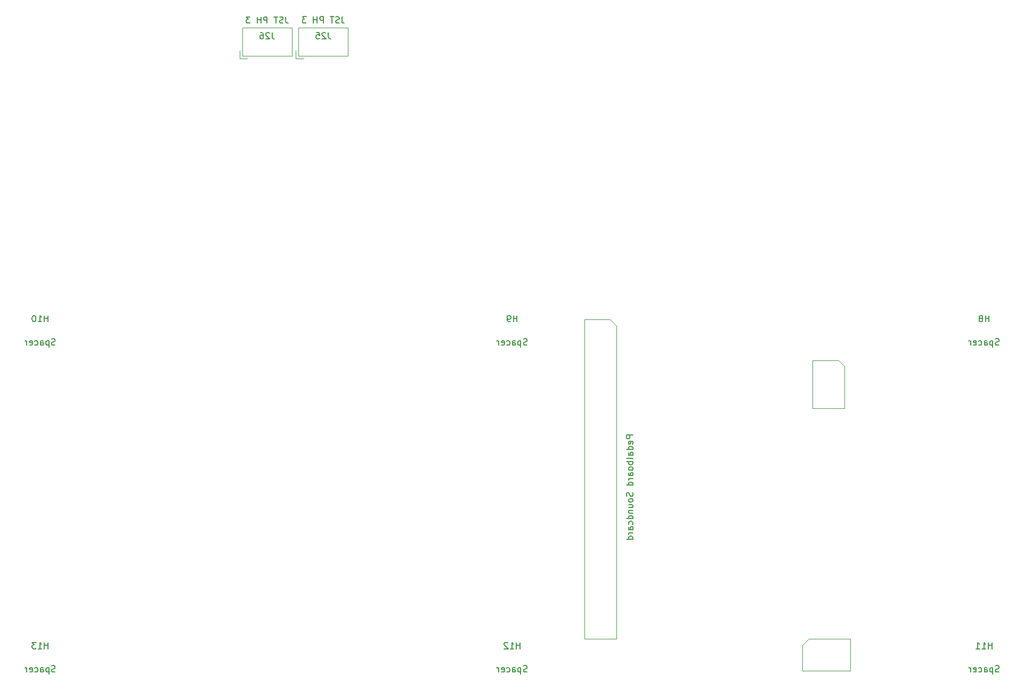
<source format=gbr>
%TF.GenerationSoftware,KiCad,Pcbnew,8.0.6+1*%
%TF.CreationDate,2024-12-16T18:12:13+00:00*%
%TF.ProjectId,pedalboard-hw,70656461-6c62-46f6-9172-642d68772e6b,4.0.1-RC*%
%TF.SameCoordinates,Original*%
%TF.FileFunction,AssemblyDrawing,Bot*%
%FSLAX46Y46*%
G04 Gerber Fmt 4.6, Leading zero omitted, Abs format (unit mm)*
G04 Created by KiCad (PCBNEW 8.0.6+1) date 2024-12-16 18:12:13*
%MOMM*%
%LPD*%
G01*
G04 APERTURE LIST*
%ADD10C,0.150000*%
%ADD11C,0.100000*%
G04 APERTURE END LIST*
D10*
X32357142Y-123107200D02*
X32214285Y-123154819D01*
X32214285Y-123154819D02*
X31976190Y-123154819D01*
X31976190Y-123154819D02*
X31880952Y-123107200D01*
X31880952Y-123107200D02*
X31833333Y-123059580D01*
X31833333Y-123059580D02*
X31785714Y-122964342D01*
X31785714Y-122964342D02*
X31785714Y-122869104D01*
X31785714Y-122869104D02*
X31833333Y-122773866D01*
X31833333Y-122773866D02*
X31880952Y-122726247D01*
X31880952Y-122726247D02*
X31976190Y-122678628D01*
X31976190Y-122678628D02*
X32166666Y-122631009D01*
X32166666Y-122631009D02*
X32261904Y-122583390D01*
X32261904Y-122583390D02*
X32309523Y-122535771D01*
X32309523Y-122535771D02*
X32357142Y-122440533D01*
X32357142Y-122440533D02*
X32357142Y-122345295D01*
X32357142Y-122345295D02*
X32309523Y-122250057D01*
X32309523Y-122250057D02*
X32261904Y-122202438D01*
X32261904Y-122202438D02*
X32166666Y-122154819D01*
X32166666Y-122154819D02*
X31928571Y-122154819D01*
X31928571Y-122154819D02*
X31785714Y-122202438D01*
X31357142Y-122488152D02*
X31357142Y-123488152D01*
X31357142Y-122535771D02*
X31261904Y-122488152D01*
X31261904Y-122488152D02*
X31071428Y-122488152D01*
X31071428Y-122488152D02*
X30976190Y-122535771D01*
X30976190Y-122535771D02*
X30928571Y-122583390D01*
X30928571Y-122583390D02*
X30880952Y-122678628D01*
X30880952Y-122678628D02*
X30880952Y-122964342D01*
X30880952Y-122964342D02*
X30928571Y-123059580D01*
X30928571Y-123059580D02*
X30976190Y-123107200D01*
X30976190Y-123107200D02*
X31071428Y-123154819D01*
X31071428Y-123154819D02*
X31261904Y-123154819D01*
X31261904Y-123154819D02*
X31357142Y-123107200D01*
X30023809Y-123154819D02*
X30023809Y-122631009D01*
X30023809Y-122631009D02*
X30071428Y-122535771D01*
X30071428Y-122535771D02*
X30166666Y-122488152D01*
X30166666Y-122488152D02*
X30357142Y-122488152D01*
X30357142Y-122488152D02*
X30452380Y-122535771D01*
X30023809Y-123107200D02*
X30119047Y-123154819D01*
X30119047Y-123154819D02*
X30357142Y-123154819D01*
X30357142Y-123154819D02*
X30452380Y-123107200D01*
X30452380Y-123107200D02*
X30499999Y-123011961D01*
X30499999Y-123011961D02*
X30499999Y-122916723D01*
X30499999Y-122916723D02*
X30452380Y-122821485D01*
X30452380Y-122821485D02*
X30357142Y-122773866D01*
X30357142Y-122773866D02*
X30119047Y-122773866D01*
X30119047Y-122773866D02*
X30023809Y-122726247D01*
X29119047Y-123107200D02*
X29214285Y-123154819D01*
X29214285Y-123154819D02*
X29404761Y-123154819D01*
X29404761Y-123154819D02*
X29499999Y-123107200D01*
X29499999Y-123107200D02*
X29547618Y-123059580D01*
X29547618Y-123059580D02*
X29595237Y-122964342D01*
X29595237Y-122964342D02*
X29595237Y-122678628D01*
X29595237Y-122678628D02*
X29547618Y-122583390D01*
X29547618Y-122583390D02*
X29499999Y-122535771D01*
X29499999Y-122535771D02*
X29404761Y-122488152D01*
X29404761Y-122488152D02*
X29214285Y-122488152D01*
X29214285Y-122488152D02*
X29119047Y-122535771D01*
X28309523Y-123107200D02*
X28404761Y-123154819D01*
X28404761Y-123154819D02*
X28595237Y-123154819D01*
X28595237Y-123154819D02*
X28690475Y-123107200D01*
X28690475Y-123107200D02*
X28738094Y-123011961D01*
X28738094Y-123011961D02*
X28738094Y-122631009D01*
X28738094Y-122631009D02*
X28690475Y-122535771D01*
X28690475Y-122535771D02*
X28595237Y-122488152D01*
X28595237Y-122488152D02*
X28404761Y-122488152D01*
X28404761Y-122488152D02*
X28309523Y-122535771D01*
X28309523Y-122535771D02*
X28261904Y-122631009D01*
X28261904Y-122631009D02*
X28261904Y-122726247D01*
X28261904Y-122726247D02*
X28738094Y-122821485D01*
X27833332Y-123154819D02*
X27833332Y-122488152D01*
X27833332Y-122678628D02*
X27785713Y-122583390D01*
X27785713Y-122583390D02*
X27738094Y-122535771D01*
X27738094Y-122535771D02*
X27642856Y-122488152D01*
X27642856Y-122488152D02*
X27547618Y-122488152D01*
X31238094Y-119454819D02*
X31238094Y-118454819D01*
X31238094Y-118931009D02*
X30666666Y-118931009D01*
X30666666Y-119454819D02*
X30666666Y-118454819D01*
X29666666Y-119454819D02*
X30238094Y-119454819D01*
X29952380Y-119454819D02*
X29952380Y-118454819D01*
X29952380Y-118454819D02*
X30047618Y-118597676D01*
X30047618Y-118597676D02*
X30142856Y-118692914D01*
X30142856Y-118692914D02*
X30238094Y-118740533D01*
X29333332Y-118454819D02*
X28714285Y-118454819D01*
X28714285Y-118454819D02*
X29047618Y-118835771D01*
X29047618Y-118835771D02*
X28904761Y-118835771D01*
X28904761Y-118835771D02*
X28809523Y-118883390D01*
X28809523Y-118883390D02*
X28761904Y-118931009D01*
X28761904Y-118931009D02*
X28714285Y-119026247D01*
X28714285Y-119026247D02*
X28714285Y-119264342D01*
X28714285Y-119264342D02*
X28761904Y-119359580D01*
X28761904Y-119359580D02*
X28809523Y-119407200D01*
X28809523Y-119407200D02*
X28904761Y-119454819D01*
X28904761Y-119454819D02*
X29190475Y-119454819D01*
X29190475Y-119454819D02*
X29285713Y-119407200D01*
X29285713Y-119407200D02*
X29333332Y-119359580D01*
X107357142Y-71107200D02*
X107214285Y-71154819D01*
X107214285Y-71154819D02*
X106976190Y-71154819D01*
X106976190Y-71154819D02*
X106880952Y-71107200D01*
X106880952Y-71107200D02*
X106833333Y-71059580D01*
X106833333Y-71059580D02*
X106785714Y-70964342D01*
X106785714Y-70964342D02*
X106785714Y-70869104D01*
X106785714Y-70869104D02*
X106833333Y-70773866D01*
X106833333Y-70773866D02*
X106880952Y-70726247D01*
X106880952Y-70726247D02*
X106976190Y-70678628D01*
X106976190Y-70678628D02*
X107166666Y-70631009D01*
X107166666Y-70631009D02*
X107261904Y-70583390D01*
X107261904Y-70583390D02*
X107309523Y-70535771D01*
X107309523Y-70535771D02*
X107357142Y-70440533D01*
X107357142Y-70440533D02*
X107357142Y-70345295D01*
X107357142Y-70345295D02*
X107309523Y-70250057D01*
X107309523Y-70250057D02*
X107261904Y-70202438D01*
X107261904Y-70202438D02*
X107166666Y-70154819D01*
X107166666Y-70154819D02*
X106928571Y-70154819D01*
X106928571Y-70154819D02*
X106785714Y-70202438D01*
X106357142Y-70488152D02*
X106357142Y-71488152D01*
X106357142Y-70535771D02*
X106261904Y-70488152D01*
X106261904Y-70488152D02*
X106071428Y-70488152D01*
X106071428Y-70488152D02*
X105976190Y-70535771D01*
X105976190Y-70535771D02*
X105928571Y-70583390D01*
X105928571Y-70583390D02*
X105880952Y-70678628D01*
X105880952Y-70678628D02*
X105880952Y-70964342D01*
X105880952Y-70964342D02*
X105928571Y-71059580D01*
X105928571Y-71059580D02*
X105976190Y-71107200D01*
X105976190Y-71107200D02*
X106071428Y-71154819D01*
X106071428Y-71154819D02*
X106261904Y-71154819D01*
X106261904Y-71154819D02*
X106357142Y-71107200D01*
X105023809Y-71154819D02*
X105023809Y-70631009D01*
X105023809Y-70631009D02*
X105071428Y-70535771D01*
X105071428Y-70535771D02*
X105166666Y-70488152D01*
X105166666Y-70488152D02*
X105357142Y-70488152D01*
X105357142Y-70488152D02*
X105452380Y-70535771D01*
X105023809Y-71107200D02*
X105119047Y-71154819D01*
X105119047Y-71154819D02*
X105357142Y-71154819D01*
X105357142Y-71154819D02*
X105452380Y-71107200D01*
X105452380Y-71107200D02*
X105499999Y-71011961D01*
X105499999Y-71011961D02*
X105499999Y-70916723D01*
X105499999Y-70916723D02*
X105452380Y-70821485D01*
X105452380Y-70821485D02*
X105357142Y-70773866D01*
X105357142Y-70773866D02*
X105119047Y-70773866D01*
X105119047Y-70773866D02*
X105023809Y-70726247D01*
X104119047Y-71107200D02*
X104214285Y-71154819D01*
X104214285Y-71154819D02*
X104404761Y-71154819D01*
X104404761Y-71154819D02*
X104499999Y-71107200D01*
X104499999Y-71107200D02*
X104547618Y-71059580D01*
X104547618Y-71059580D02*
X104595237Y-70964342D01*
X104595237Y-70964342D02*
X104595237Y-70678628D01*
X104595237Y-70678628D02*
X104547618Y-70583390D01*
X104547618Y-70583390D02*
X104499999Y-70535771D01*
X104499999Y-70535771D02*
X104404761Y-70488152D01*
X104404761Y-70488152D02*
X104214285Y-70488152D01*
X104214285Y-70488152D02*
X104119047Y-70535771D01*
X103309523Y-71107200D02*
X103404761Y-71154819D01*
X103404761Y-71154819D02*
X103595237Y-71154819D01*
X103595237Y-71154819D02*
X103690475Y-71107200D01*
X103690475Y-71107200D02*
X103738094Y-71011961D01*
X103738094Y-71011961D02*
X103738094Y-70631009D01*
X103738094Y-70631009D02*
X103690475Y-70535771D01*
X103690475Y-70535771D02*
X103595237Y-70488152D01*
X103595237Y-70488152D02*
X103404761Y-70488152D01*
X103404761Y-70488152D02*
X103309523Y-70535771D01*
X103309523Y-70535771D02*
X103261904Y-70631009D01*
X103261904Y-70631009D02*
X103261904Y-70726247D01*
X103261904Y-70726247D02*
X103738094Y-70821485D01*
X102833332Y-71154819D02*
X102833332Y-70488152D01*
X102833332Y-70678628D02*
X102785713Y-70583390D01*
X102785713Y-70583390D02*
X102738094Y-70535771D01*
X102738094Y-70535771D02*
X102642856Y-70488152D01*
X102642856Y-70488152D02*
X102547618Y-70488152D01*
X105761904Y-67454819D02*
X105761904Y-66454819D01*
X105761904Y-66931009D02*
X105190476Y-66931009D01*
X105190476Y-67454819D02*
X105190476Y-66454819D01*
X104666666Y-67454819D02*
X104476190Y-67454819D01*
X104476190Y-67454819D02*
X104380952Y-67407200D01*
X104380952Y-67407200D02*
X104333333Y-67359580D01*
X104333333Y-67359580D02*
X104238095Y-67216723D01*
X104238095Y-67216723D02*
X104190476Y-67026247D01*
X104190476Y-67026247D02*
X104190476Y-66645295D01*
X104190476Y-66645295D02*
X104238095Y-66550057D01*
X104238095Y-66550057D02*
X104285714Y-66502438D01*
X104285714Y-66502438D02*
X104380952Y-66454819D01*
X104380952Y-66454819D02*
X104571428Y-66454819D01*
X104571428Y-66454819D02*
X104666666Y-66502438D01*
X104666666Y-66502438D02*
X104714285Y-66550057D01*
X104714285Y-66550057D02*
X104761904Y-66645295D01*
X104761904Y-66645295D02*
X104761904Y-66883390D01*
X104761904Y-66883390D02*
X104714285Y-66978628D01*
X104714285Y-66978628D02*
X104666666Y-67026247D01*
X104666666Y-67026247D02*
X104571428Y-67073866D01*
X104571428Y-67073866D02*
X104380952Y-67073866D01*
X104380952Y-67073866D02*
X104285714Y-67026247D01*
X104285714Y-67026247D02*
X104238095Y-66978628D01*
X104238095Y-66978628D02*
X104190476Y-66883390D01*
X32357142Y-71107200D02*
X32214285Y-71154819D01*
X32214285Y-71154819D02*
X31976190Y-71154819D01*
X31976190Y-71154819D02*
X31880952Y-71107200D01*
X31880952Y-71107200D02*
X31833333Y-71059580D01*
X31833333Y-71059580D02*
X31785714Y-70964342D01*
X31785714Y-70964342D02*
X31785714Y-70869104D01*
X31785714Y-70869104D02*
X31833333Y-70773866D01*
X31833333Y-70773866D02*
X31880952Y-70726247D01*
X31880952Y-70726247D02*
X31976190Y-70678628D01*
X31976190Y-70678628D02*
X32166666Y-70631009D01*
X32166666Y-70631009D02*
X32261904Y-70583390D01*
X32261904Y-70583390D02*
X32309523Y-70535771D01*
X32309523Y-70535771D02*
X32357142Y-70440533D01*
X32357142Y-70440533D02*
X32357142Y-70345295D01*
X32357142Y-70345295D02*
X32309523Y-70250057D01*
X32309523Y-70250057D02*
X32261904Y-70202438D01*
X32261904Y-70202438D02*
X32166666Y-70154819D01*
X32166666Y-70154819D02*
X31928571Y-70154819D01*
X31928571Y-70154819D02*
X31785714Y-70202438D01*
X31357142Y-70488152D02*
X31357142Y-71488152D01*
X31357142Y-70535771D02*
X31261904Y-70488152D01*
X31261904Y-70488152D02*
X31071428Y-70488152D01*
X31071428Y-70488152D02*
X30976190Y-70535771D01*
X30976190Y-70535771D02*
X30928571Y-70583390D01*
X30928571Y-70583390D02*
X30880952Y-70678628D01*
X30880952Y-70678628D02*
X30880952Y-70964342D01*
X30880952Y-70964342D02*
X30928571Y-71059580D01*
X30928571Y-71059580D02*
X30976190Y-71107200D01*
X30976190Y-71107200D02*
X31071428Y-71154819D01*
X31071428Y-71154819D02*
X31261904Y-71154819D01*
X31261904Y-71154819D02*
X31357142Y-71107200D01*
X30023809Y-71154819D02*
X30023809Y-70631009D01*
X30023809Y-70631009D02*
X30071428Y-70535771D01*
X30071428Y-70535771D02*
X30166666Y-70488152D01*
X30166666Y-70488152D02*
X30357142Y-70488152D01*
X30357142Y-70488152D02*
X30452380Y-70535771D01*
X30023809Y-71107200D02*
X30119047Y-71154819D01*
X30119047Y-71154819D02*
X30357142Y-71154819D01*
X30357142Y-71154819D02*
X30452380Y-71107200D01*
X30452380Y-71107200D02*
X30499999Y-71011961D01*
X30499999Y-71011961D02*
X30499999Y-70916723D01*
X30499999Y-70916723D02*
X30452380Y-70821485D01*
X30452380Y-70821485D02*
X30357142Y-70773866D01*
X30357142Y-70773866D02*
X30119047Y-70773866D01*
X30119047Y-70773866D02*
X30023809Y-70726247D01*
X29119047Y-71107200D02*
X29214285Y-71154819D01*
X29214285Y-71154819D02*
X29404761Y-71154819D01*
X29404761Y-71154819D02*
X29499999Y-71107200D01*
X29499999Y-71107200D02*
X29547618Y-71059580D01*
X29547618Y-71059580D02*
X29595237Y-70964342D01*
X29595237Y-70964342D02*
X29595237Y-70678628D01*
X29595237Y-70678628D02*
X29547618Y-70583390D01*
X29547618Y-70583390D02*
X29499999Y-70535771D01*
X29499999Y-70535771D02*
X29404761Y-70488152D01*
X29404761Y-70488152D02*
X29214285Y-70488152D01*
X29214285Y-70488152D02*
X29119047Y-70535771D01*
X28309523Y-71107200D02*
X28404761Y-71154819D01*
X28404761Y-71154819D02*
X28595237Y-71154819D01*
X28595237Y-71154819D02*
X28690475Y-71107200D01*
X28690475Y-71107200D02*
X28738094Y-71011961D01*
X28738094Y-71011961D02*
X28738094Y-70631009D01*
X28738094Y-70631009D02*
X28690475Y-70535771D01*
X28690475Y-70535771D02*
X28595237Y-70488152D01*
X28595237Y-70488152D02*
X28404761Y-70488152D01*
X28404761Y-70488152D02*
X28309523Y-70535771D01*
X28309523Y-70535771D02*
X28261904Y-70631009D01*
X28261904Y-70631009D02*
X28261904Y-70726247D01*
X28261904Y-70726247D02*
X28738094Y-70821485D01*
X27833332Y-71154819D02*
X27833332Y-70488152D01*
X27833332Y-70678628D02*
X27785713Y-70583390D01*
X27785713Y-70583390D02*
X27738094Y-70535771D01*
X27738094Y-70535771D02*
X27642856Y-70488152D01*
X27642856Y-70488152D02*
X27547618Y-70488152D01*
X31238094Y-67454819D02*
X31238094Y-66454819D01*
X31238094Y-66931009D02*
X30666666Y-66931009D01*
X30666666Y-67454819D02*
X30666666Y-66454819D01*
X29666666Y-67454819D02*
X30238094Y-67454819D01*
X29952380Y-67454819D02*
X29952380Y-66454819D01*
X29952380Y-66454819D02*
X30047618Y-66597676D01*
X30047618Y-66597676D02*
X30142856Y-66692914D01*
X30142856Y-66692914D02*
X30238094Y-66740533D01*
X29047618Y-66454819D02*
X28952380Y-66454819D01*
X28952380Y-66454819D02*
X28857142Y-66502438D01*
X28857142Y-66502438D02*
X28809523Y-66550057D01*
X28809523Y-66550057D02*
X28761904Y-66645295D01*
X28761904Y-66645295D02*
X28714285Y-66835771D01*
X28714285Y-66835771D02*
X28714285Y-67073866D01*
X28714285Y-67073866D02*
X28761904Y-67264342D01*
X28761904Y-67264342D02*
X28809523Y-67359580D01*
X28809523Y-67359580D02*
X28857142Y-67407200D01*
X28857142Y-67407200D02*
X28952380Y-67454819D01*
X28952380Y-67454819D02*
X29047618Y-67454819D01*
X29047618Y-67454819D02*
X29142856Y-67407200D01*
X29142856Y-67407200D02*
X29190475Y-67359580D01*
X29190475Y-67359580D02*
X29238094Y-67264342D01*
X29238094Y-67264342D02*
X29285713Y-67073866D01*
X29285713Y-67073866D02*
X29285713Y-66835771D01*
X29285713Y-66835771D02*
X29238094Y-66645295D01*
X29238094Y-66645295D02*
X29190475Y-66550057D01*
X29190475Y-66550057D02*
X29142856Y-66502438D01*
X29142856Y-66502438D02*
X29047618Y-66454819D01*
X182357142Y-71107200D02*
X182214285Y-71154819D01*
X182214285Y-71154819D02*
X181976190Y-71154819D01*
X181976190Y-71154819D02*
X181880952Y-71107200D01*
X181880952Y-71107200D02*
X181833333Y-71059580D01*
X181833333Y-71059580D02*
X181785714Y-70964342D01*
X181785714Y-70964342D02*
X181785714Y-70869104D01*
X181785714Y-70869104D02*
X181833333Y-70773866D01*
X181833333Y-70773866D02*
X181880952Y-70726247D01*
X181880952Y-70726247D02*
X181976190Y-70678628D01*
X181976190Y-70678628D02*
X182166666Y-70631009D01*
X182166666Y-70631009D02*
X182261904Y-70583390D01*
X182261904Y-70583390D02*
X182309523Y-70535771D01*
X182309523Y-70535771D02*
X182357142Y-70440533D01*
X182357142Y-70440533D02*
X182357142Y-70345295D01*
X182357142Y-70345295D02*
X182309523Y-70250057D01*
X182309523Y-70250057D02*
X182261904Y-70202438D01*
X182261904Y-70202438D02*
X182166666Y-70154819D01*
X182166666Y-70154819D02*
X181928571Y-70154819D01*
X181928571Y-70154819D02*
X181785714Y-70202438D01*
X181357142Y-70488152D02*
X181357142Y-71488152D01*
X181357142Y-70535771D02*
X181261904Y-70488152D01*
X181261904Y-70488152D02*
X181071428Y-70488152D01*
X181071428Y-70488152D02*
X180976190Y-70535771D01*
X180976190Y-70535771D02*
X180928571Y-70583390D01*
X180928571Y-70583390D02*
X180880952Y-70678628D01*
X180880952Y-70678628D02*
X180880952Y-70964342D01*
X180880952Y-70964342D02*
X180928571Y-71059580D01*
X180928571Y-71059580D02*
X180976190Y-71107200D01*
X180976190Y-71107200D02*
X181071428Y-71154819D01*
X181071428Y-71154819D02*
X181261904Y-71154819D01*
X181261904Y-71154819D02*
X181357142Y-71107200D01*
X180023809Y-71154819D02*
X180023809Y-70631009D01*
X180023809Y-70631009D02*
X180071428Y-70535771D01*
X180071428Y-70535771D02*
X180166666Y-70488152D01*
X180166666Y-70488152D02*
X180357142Y-70488152D01*
X180357142Y-70488152D02*
X180452380Y-70535771D01*
X180023809Y-71107200D02*
X180119047Y-71154819D01*
X180119047Y-71154819D02*
X180357142Y-71154819D01*
X180357142Y-71154819D02*
X180452380Y-71107200D01*
X180452380Y-71107200D02*
X180499999Y-71011961D01*
X180499999Y-71011961D02*
X180499999Y-70916723D01*
X180499999Y-70916723D02*
X180452380Y-70821485D01*
X180452380Y-70821485D02*
X180357142Y-70773866D01*
X180357142Y-70773866D02*
X180119047Y-70773866D01*
X180119047Y-70773866D02*
X180023809Y-70726247D01*
X179119047Y-71107200D02*
X179214285Y-71154819D01*
X179214285Y-71154819D02*
X179404761Y-71154819D01*
X179404761Y-71154819D02*
X179499999Y-71107200D01*
X179499999Y-71107200D02*
X179547618Y-71059580D01*
X179547618Y-71059580D02*
X179595237Y-70964342D01*
X179595237Y-70964342D02*
X179595237Y-70678628D01*
X179595237Y-70678628D02*
X179547618Y-70583390D01*
X179547618Y-70583390D02*
X179499999Y-70535771D01*
X179499999Y-70535771D02*
X179404761Y-70488152D01*
X179404761Y-70488152D02*
X179214285Y-70488152D01*
X179214285Y-70488152D02*
X179119047Y-70535771D01*
X178309523Y-71107200D02*
X178404761Y-71154819D01*
X178404761Y-71154819D02*
X178595237Y-71154819D01*
X178595237Y-71154819D02*
X178690475Y-71107200D01*
X178690475Y-71107200D02*
X178738094Y-71011961D01*
X178738094Y-71011961D02*
X178738094Y-70631009D01*
X178738094Y-70631009D02*
X178690475Y-70535771D01*
X178690475Y-70535771D02*
X178595237Y-70488152D01*
X178595237Y-70488152D02*
X178404761Y-70488152D01*
X178404761Y-70488152D02*
X178309523Y-70535771D01*
X178309523Y-70535771D02*
X178261904Y-70631009D01*
X178261904Y-70631009D02*
X178261904Y-70726247D01*
X178261904Y-70726247D02*
X178738094Y-70821485D01*
X177833332Y-71154819D02*
X177833332Y-70488152D01*
X177833332Y-70678628D02*
X177785713Y-70583390D01*
X177785713Y-70583390D02*
X177738094Y-70535771D01*
X177738094Y-70535771D02*
X177642856Y-70488152D01*
X177642856Y-70488152D02*
X177547618Y-70488152D01*
X180761904Y-67454819D02*
X180761904Y-66454819D01*
X180761904Y-66931009D02*
X180190476Y-66931009D01*
X180190476Y-67454819D02*
X180190476Y-66454819D01*
X179571428Y-66883390D02*
X179666666Y-66835771D01*
X179666666Y-66835771D02*
X179714285Y-66788152D01*
X179714285Y-66788152D02*
X179761904Y-66692914D01*
X179761904Y-66692914D02*
X179761904Y-66645295D01*
X179761904Y-66645295D02*
X179714285Y-66550057D01*
X179714285Y-66550057D02*
X179666666Y-66502438D01*
X179666666Y-66502438D02*
X179571428Y-66454819D01*
X179571428Y-66454819D02*
X179380952Y-66454819D01*
X179380952Y-66454819D02*
X179285714Y-66502438D01*
X179285714Y-66502438D02*
X179238095Y-66550057D01*
X179238095Y-66550057D02*
X179190476Y-66645295D01*
X179190476Y-66645295D02*
X179190476Y-66692914D01*
X179190476Y-66692914D02*
X179238095Y-66788152D01*
X179238095Y-66788152D02*
X179285714Y-66835771D01*
X179285714Y-66835771D02*
X179380952Y-66883390D01*
X179380952Y-66883390D02*
X179571428Y-66883390D01*
X179571428Y-66883390D02*
X179666666Y-66931009D01*
X179666666Y-66931009D02*
X179714285Y-66978628D01*
X179714285Y-66978628D02*
X179761904Y-67073866D01*
X179761904Y-67073866D02*
X179761904Y-67264342D01*
X179761904Y-67264342D02*
X179714285Y-67359580D01*
X179714285Y-67359580D02*
X179666666Y-67407200D01*
X179666666Y-67407200D02*
X179571428Y-67454819D01*
X179571428Y-67454819D02*
X179380952Y-67454819D01*
X179380952Y-67454819D02*
X179285714Y-67407200D01*
X179285714Y-67407200D02*
X179238095Y-67359580D01*
X179238095Y-67359580D02*
X179190476Y-67264342D01*
X179190476Y-67264342D02*
X179190476Y-67073866D01*
X179190476Y-67073866D02*
X179238095Y-66978628D01*
X179238095Y-66978628D02*
X179285714Y-66931009D01*
X179285714Y-66931009D02*
X179380952Y-66883390D01*
X107357142Y-123107200D02*
X107214285Y-123154819D01*
X107214285Y-123154819D02*
X106976190Y-123154819D01*
X106976190Y-123154819D02*
X106880952Y-123107200D01*
X106880952Y-123107200D02*
X106833333Y-123059580D01*
X106833333Y-123059580D02*
X106785714Y-122964342D01*
X106785714Y-122964342D02*
X106785714Y-122869104D01*
X106785714Y-122869104D02*
X106833333Y-122773866D01*
X106833333Y-122773866D02*
X106880952Y-122726247D01*
X106880952Y-122726247D02*
X106976190Y-122678628D01*
X106976190Y-122678628D02*
X107166666Y-122631009D01*
X107166666Y-122631009D02*
X107261904Y-122583390D01*
X107261904Y-122583390D02*
X107309523Y-122535771D01*
X107309523Y-122535771D02*
X107357142Y-122440533D01*
X107357142Y-122440533D02*
X107357142Y-122345295D01*
X107357142Y-122345295D02*
X107309523Y-122250057D01*
X107309523Y-122250057D02*
X107261904Y-122202438D01*
X107261904Y-122202438D02*
X107166666Y-122154819D01*
X107166666Y-122154819D02*
X106928571Y-122154819D01*
X106928571Y-122154819D02*
X106785714Y-122202438D01*
X106357142Y-122488152D02*
X106357142Y-123488152D01*
X106357142Y-122535771D02*
X106261904Y-122488152D01*
X106261904Y-122488152D02*
X106071428Y-122488152D01*
X106071428Y-122488152D02*
X105976190Y-122535771D01*
X105976190Y-122535771D02*
X105928571Y-122583390D01*
X105928571Y-122583390D02*
X105880952Y-122678628D01*
X105880952Y-122678628D02*
X105880952Y-122964342D01*
X105880952Y-122964342D02*
X105928571Y-123059580D01*
X105928571Y-123059580D02*
X105976190Y-123107200D01*
X105976190Y-123107200D02*
X106071428Y-123154819D01*
X106071428Y-123154819D02*
X106261904Y-123154819D01*
X106261904Y-123154819D02*
X106357142Y-123107200D01*
X105023809Y-123154819D02*
X105023809Y-122631009D01*
X105023809Y-122631009D02*
X105071428Y-122535771D01*
X105071428Y-122535771D02*
X105166666Y-122488152D01*
X105166666Y-122488152D02*
X105357142Y-122488152D01*
X105357142Y-122488152D02*
X105452380Y-122535771D01*
X105023809Y-123107200D02*
X105119047Y-123154819D01*
X105119047Y-123154819D02*
X105357142Y-123154819D01*
X105357142Y-123154819D02*
X105452380Y-123107200D01*
X105452380Y-123107200D02*
X105499999Y-123011961D01*
X105499999Y-123011961D02*
X105499999Y-122916723D01*
X105499999Y-122916723D02*
X105452380Y-122821485D01*
X105452380Y-122821485D02*
X105357142Y-122773866D01*
X105357142Y-122773866D02*
X105119047Y-122773866D01*
X105119047Y-122773866D02*
X105023809Y-122726247D01*
X104119047Y-123107200D02*
X104214285Y-123154819D01*
X104214285Y-123154819D02*
X104404761Y-123154819D01*
X104404761Y-123154819D02*
X104499999Y-123107200D01*
X104499999Y-123107200D02*
X104547618Y-123059580D01*
X104547618Y-123059580D02*
X104595237Y-122964342D01*
X104595237Y-122964342D02*
X104595237Y-122678628D01*
X104595237Y-122678628D02*
X104547618Y-122583390D01*
X104547618Y-122583390D02*
X104499999Y-122535771D01*
X104499999Y-122535771D02*
X104404761Y-122488152D01*
X104404761Y-122488152D02*
X104214285Y-122488152D01*
X104214285Y-122488152D02*
X104119047Y-122535771D01*
X103309523Y-123107200D02*
X103404761Y-123154819D01*
X103404761Y-123154819D02*
X103595237Y-123154819D01*
X103595237Y-123154819D02*
X103690475Y-123107200D01*
X103690475Y-123107200D02*
X103738094Y-123011961D01*
X103738094Y-123011961D02*
X103738094Y-122631009D01*
X103738094Y-122631009D02*
X103690475Y-122535771D01*
X103690475Y-122535771D02*
X103595237Y-122488152D01*
X103595237Y-122488152D02*
X103404761Y-122488152D01*
X103404761Y-122488152D02*
X103309523Y-122535771D01*
X103309523Y-122535771D02*
X103261904Y-122631009D01*
X103261904Y-122631009D02*
X103261904Y-122726247D01*
X103261904Y-122726247D02*
X103738094Y-122821485D01*
X102833332Y-123154819D02*
X102833332Y-122488152D01*
X102833332Y-122678628D02*
X102785713Y-122583390D01*
X102785713Y-122583390D02*
X102738094Y-122535771D01*
X102738094Y-122535771D02*
X102642856Y-122488152D01*
X102642856Y-122488152D02*
X102547618Y-122488152D01*
X106238094Y-119454819D02*
X106238094Y-118454819D01*
X106238094Y-118931009D02*
X105666666Y-118931009D01*
X105666666Y-119454819D02*
X105666666Y-118454819D01*
X104666666Y-119454819D02*
X105238094Y-119454819D01*
X104952380Y-119454819D02*
X104952380Y-118454819D01*
X104952380Y-118454819D02*
X105047618Y-118597676D01*
X105047618Y-118597676D02*
X105142856Y-118692914D01*
X105142856Y-118692914D02*
X105238094Y-118740533D01*
X104285713Y-118550057D02*
X104238094Y-118502438D01*
X104238094Y-118502438D02*
X104142856Y-118454819D01*
X104142856Y-118454819D02*
X103904761Y-118454819D01*
X103904761Y-118454819D02*
X103809523Y-118502438D01*
X103809523Y-118502438D02*
X103761904Y-118550057D01*
X103761904Y-118550057D02*
X103714285Y-118645295D01*
X103714285Y-118645295D02*
X103714285Y-118740533D01*
X103714285Y-118740533D02*
X103761904Y-118883390D01*
X103761904Y-118883390D02*
X104333332Y-119454819D01*
X104333332Y-119454819D02*
X103714285Y-119454819D01*
X77936190Y-18944819D02*
X77936190Y-19659104D01*
X77936190Y-19659104D02*
X77983809Y-19801961D01*
X77983809Y-19801961D02*
X78079047Y-19897200D01*
X78079047Y-19897200D02*
X78221904Y-19944819D01*
X78221904Y-19944819D02*
X78317142Y-19944819D01*
X77507618Y-19897200D02*
X77364761Y-19944819D01*
X77364761Y-19944819D02*
X77126666Y-19944819D01*
X77126666Y-19944819D02*
X77031428Y-19897200D01*
X77031428Y-19897200D02*
X76983809Y-19849580D01*
X76983809Y-19849580D02*
X76936190Y-19754342D01*
X76936190Y-19754342D02*
X76936190Y-19659104D01*
X76936190Y-19659104D02*
X76983809Y-19563866D01*
X76983809Y-19563866D02*
X77031428Y-19516247D01*
X77031428Y-19516247D02*
X77126666Y-19468628D01*
X77126666Y-19468628D02*
X77317142Y-19421009D01*
X77317142Y-19421009D02*
X77412380Y-19373390D01*
X77412380Y-19373390D02*
X77459999Y-19325771D01*
X77459999Y-19325771D02*
X77507618Y-19230533D01*
X77507618Y-19230533D02*
X77507618Y-19135295D01*
X77507618Y-19135295D02*
X77459999Y-19040057D01*
X77459999Y-19040057D02*
X77412380Y-18992438D01*
X77412380Y-18992438D02*
X77317142Y-18944819D01*
X77317142Y-18944819D02*
X77079047Y-18944819D01*
X77079047Y-18944819D02*
X76936190Y-18992438D01*
X76650475Y-18944819D02*
X76079047Y-18944819D01*
X76364761Y-19944819D02*
X76364761Y-18944819D01*
X74983808Y-19944819D02*
X74983808Y-18944819D01*
X74983808Y-18944819D02*
X74602856Y-18944819D01*
X74602856Y-18944819D02*
X74507618Y-18992438D01*
X74507618Y-18992438D02*
X74459999Y-19040057D01*
X74459999Y-19040057D02*
X74412380Y-19135295D01*
X74412380Y-19135295D02*
X74412380Y-19278152D01*
X74412380Y-19278152D02*
X74459999Y-19373390D01*
X74459999Y-19373390D02*
X74507618Y-19421009D01*
X74507618Y-19421009D02*
X74602856Y-19468628D01*
X74602856Y-19468628D02*
X74983808Y-19468628D01*
X73983808Y-19944819D02*
X73983808Y-18944819D01*
X73983808Y-19421009D02*
X73412380Y-19421009D01*
X73412380Y-19944819D02*
X73412380Y-18944819D01*
X72269522Y-18944819D02*
X71650475Y-18944819D01*
X71650475Y-18944819D02*
X71983808Y-19325771D01*
X71983808Y-19325771D02*
X71840951Y-19325771D01*
X71840951Y-19325771D02*
X71745713Y-19373390D01*
X71745713Y-19373390D02*
X71698094Y-19421009D01*
X71698094Y-19421009D02*
X71650475Y-19516247D01*
X71650475Y-19516247D02*
X71650475Y-19754342D01*
X71650475Y-19754342D02*
X71698094Y-19849580D01*
X71698094Y-19849580D02*
X71745713Y-19897200D01*
X71745713Y-19897200D02*
X71840951Y-19944819D01*
X71840951Y-19944819D02*
X72126665Y-19944819D01*
X72126665Y-19944819D02*
X72221903Y-19897200D01*
X72221903Y-19897200D02*
X72269522Y-19849580D01*
X75769523Y-21444819D02*
X75769523Y-22159104D01*
X75769523Y-22159104D02*
X75817142Y-22301961D01*
X75817142Y-22301961D02*
X75912380Y-22397200D01*
X75912380Y-22397200D02*
X76055237Y-22444819D01*
X76055237Y-22444819D02*
X76150475Y-22444819D01*
X75340951Y-21540057D02*
X75293332Y-21492438D01*
X75293332Y-21492438D02*
X75198094Y-21444819D01*
X75198094Y-21444819D02*
X74959999Y-21444819D01*
X74959999Y-21444819D02*
X74864761Y-21492438D01*
X74864761Y-21492438D02*
X74817142Y-21540057D01*
X74817142Y-21540057D02*
X74769523Y-21635295D01*
X74769523Y-21635295D02*
X74769523Y-21730533D01*
X74769523Y-21730533D02*
X74817142Y-21873390D01*
X74817142Y-21873390D02*
X75388570Y-22444819D01*
X75388570Y-22444819D02*
X74769523Y-22444819D01*
X73864761Y-21444819D02*
X74340951Y-21444819D01*
X74340951Y-21444819D02*
X74388570Y-21921009D01*
X74388570Y-21921009D02*
X74340951Y-21873390D01*
X74340951Y-21873390D02*
X74245713Y-21825771D01*
X74245713Y-21825771D02*
X74007618Y-21825771D01*
X74007618Y-21825771D02*
X73912380Y-21873390D01*
X73912380Y-21873390D02*
X73864761Y-21921009D01*
X73864761Y-21921009D02*
X73817142Y-22016247D01*
X73817142Y-22016247D02*
X73817142Y-22254342D01*
X73817142Y-22254342D02*
X73864761Y-22349580D01*
X73864761Y-22349580D02*
X73912380Y-22397200D01*
X73912380Y-22397200D02*
X74007618Y-22444819D01*
X74007618Y-22444819D02*
X74245713Y-22444819D01*
X74245713Y-22444819D02*
X74340951Y-22397200D01*
X74340951Y-22397200D02*
X74388570Y-22349580D01*
X182357142Y-123107200D02*
X182214285Y-123154819D01*
X182214285Y-123154819D02*
X181976190Y-123154819D01*
X181976190Y-123154819D02*
X181880952Y-123107200D01*
X181880952Y-123107200D02*
X181833333Y-123059580D01*
X181833333Y-123059580D02*
X181785714Y-122964342D01*
X181785714Y-122964342D02*
X181785714Y-122869104D01*
X181785714Y-122869104D02*
X181833333Y-122773866D01*
X181833333Y-122773866D02*
X181880952Y-122726247D01*
X181880952Y-122726247D02*
X181976190Y-122678628D01*
X181976190Y-122678628D02*
X182166666Y-122631009D01*
X182166666Y-122631009D02*
X182261904Y-122583390D01*
X182261904Y-122583390D02*
X182309523Y-122535771D01*
X182309523Y-122535771D02*
X182357142Y-122440533D01*
X182357142Y-122440533D02*
X182357142Y-122345295D01*
X182357142Y-122345295D02*
X182309523Y-122250057D01*
X182309523Y-122250057D02*
X182261904Y-122202438D01*
X182261904Y-122202438D02*
X182166666Y-122154819D01*
X182166666Y-122154819D02*
X181928571Y-122154819D01*
X181928571Y-122154819D02*
X181785714Y-122202438D01*
X181357142Y-122488152D02*
X181357142Y-123488152D01*
X181357142Y-122535771D02*
X181261904Y-122488152D01*
X181261904Y-122488152D02*
X181071428Y-122488152D01*
X181071428Y-122488152D02*
X180976190Y-122535771D01*
X180976190Y-122535771D02*
X180928571Y-122583390D01*
X180928571Y-122583390D02*
X180880952Y-122678628D01*
X180880952Y-122678628D02*
X180880952Y-122964342D01*
X180880952Y-122964342D02*
X180928571Y-123059580D01*
X180928571Y-123059580D02*
X180976190Y-123107200D01*
X180976190Y-123107200D02*
X181071428Y-123154819D01*
X181071428Y-123154819D02*
X181261904Y-123154819D01*
X181261904Y-123154819D02*
X181357142Y-123107200D01*
X180023809Y-123154819D02*
X180023809Y-122631009D01*
X180023809Y-122631009D02*
X180071428Y-122535771D01*
X180071428Y-122535771D02*
X180166666Y-122488152D01*
X180166666Y-122488152D02*
X180357142Y-122488152D01*
X180357142Y-122488152D02*
X180452380Y-122535771D01*
X180023809Y-123107200D02*
X180119047Y-123154819D01*
X180119047Y-123154819D02*
X180357142Y-123154819D01*
X180357142Y-123154819D02*
X180452380Y-123107200D01*
X180452380Y-123107200D02*
X180499999Y-123011961D01*
X180499999Y-123011961D02*
X180499999Y-122916723D01*
X180499999Y-122916723D02*
X180452380Y-122821485D01*
X180452380Y-122821485D02*
X180357142Y-122773866D01*
X180357142Y-122773866D02*
X180119047Y-122773866D01*
X180119047Y-122773866D02*
X180023809Y-122726247D01*
X179119047Y-123107200D02*
X179214285Y-123154819D01*
X179214285Y-123154819D02*
X179404761Y-123154819D01*
X179404761Y-123154819D02*
X179499999Y-123107200D01*
X179499999Y-123107200D02*
X179547618Y-123059580D01*
X179547618Y-123059580D02*
X179595237Y-122964342D01*
X179595237Y-122964342D02*
X179595237Y-122678628D01*
X179595237Y-122678628D02*
X179547618Y-122583390D01*
X179547618Y-122583390D02*
X179499999Y-122535771D01*
X179499999Y-122535771D02*
X179404761Y-122488152D01*
X179404761Y-122488152D02*
X179214285Y-122488152D01*
X179214285Y-122488152D02*
X179119047Y-122535771D01*
X178309523Y-123107200D02*
X178404761Y-123154819D01*
X178404761Y-123154819D02*
X178595237Y-123154819D01*
X178595237Y-123154819D02*
X178690475Y-123107200D01*
X178690475Y-123107200D02*
X178738094Y-123011961D01*
X178738094Y-123011961D02*
X178738094Y-122631009D01*
X178738094Y-122631009D02*
X178690475Y-122535771D01*
X178690475Y-122535771D02*
X178595237Y-122488152D01*
X178595237Y-122488152D02*
X178404761Y-122488152D01*
X178404761Y-122488152D02*
X178309523Y-122535771D01*
X178309523Y-122535771D02*
X178261904Y-122631009D01*
X178261904Y-122631009D02*
X178261904Y-122726247D01*
X178261904Y-122726247D02*
X178738094Y-122821485D01*
X177833332Y-123154819D02*
X177833332Y-122488152D01*
X177833332Y-122678628D02*
X177785713Y-122583390D01*
X177785713Y-122583390D02*
X177738094Y-122535771D01*
X177738094Y-122535771D02*
X177642856Y-122488152D01*
X177642856Y-122488152D02*
X177547618Y-122488152D01*
X181238094Y-119454819D02*
X181238094Y-118454819D01*
X181238094Y-118931009D02*
X180666666Y-118931009D01*
X180666666Y-119454819D02*
X180666666Y-118454819D01*
X179666666Y-119454819D02*
X180238094Y-119454819D01*
X179952380Y-119454819D02*
X179952380Y-118454819D01*
X179952380Y-118454819D02*
X180047618Y-118597676D01*
X180047618Y-118597676D02*
X180142856Y-118692914D01*
X180142856Y-118692914D02*
X180238094Y-118740533D01*
X178714285Y-119454819D02*
X179285713Y-119454819D01*
X178999999Y-119454819D02*
X178999999Y-118454819D01*
X178999999Y-118454819D02*
X179095237Y-118597676D01*
X179095237Y-118597676D02*
X179190475Y-118692914D01*
X179190475Y-118692914D02*
X179285713Y-118740533D01*
X124154819Y-85489884D02*
X123154819Y-85489884D01*
X123154819Y-85489884D02*
X123154819Y-85870836D01*
X123154819Y-85870836D02*
X123202438Y-85966074D01*
X123202438Y-85966074D02*
X123250057Y-86013693D01*
X123250057Y-86013693D02*
X123345295Y-86061312D01*
X123345295Y-86061312D02*
X123488152Y-86061312D01*
X123488152Y-86061312D02*
X123583390Y-86013693D01*
X123583390Y-86013693D02*
X123631009Y-85966074D01*
X123631009Y-85966074D02*
X123678628Y-85870836D01*
X123678628Y-85870836D02*
X123678628Y-85489884D01*
X124107200Y-86870836D02*
X124154819Y-86775598D01*
X124154819Y-86775598D02*
X124154819Y-86585122D01*
X124154819Y-86585122D02*
X124107200Y-86489884D01*
X124107200Y-86489884D02*
X124011961Y-86442265D01*
X124011961Y-86442265D02*
X123631009Y-86442265D01*
X123631009Y-86442265D02*
X123535771Y-86489884D01*
X123535771Y-86489884D02*
X123488152Y-86585122D01*
X123488152Y-86585122D02*
X123488152Y-86775598D01*
X123488152Y-86775598D02*
X123535771Y-86870836D01*
X123535771Y-86870836D02*
X123631009Y-86918455D01*
X123631009Y-86918455D02*
X123726247Y-86918455D01*
X123726247Y-86918455D02*
X123821485Y-86442265D01*
X124154819Y-87775598D02*
X123154819Y-87775598D01*
X124107200Y-87775598D02*
X124154819Y-87680360D01*
X124154819Y-87680360D02*
X124154819Y-87489884D01*
X124154819Y-87489884D02*
X124107200Y-87394646D01*
X124107200Y-87394646D02*
X124059580Y-87347027D01*
X124059580Y-87347027D02*
X123964342Y-87299408D01*
X123964342Y-87299408D02*
X123678628Y-87299408D01*
X123678628Y-87299408D02*
X123583390Y-87347027D01*
X123583390Y-87347027D02*
X123535771Y-87394646D01*
X123535771Y-87394646D02*
X123488152Y-87489884D01*
X123488152Y-87489884D02*
X123488152Y-87680360D01*
X123488152Y-87680360D02*
X123535771Y-87775598D01*
X124154819Y-88680360D02*
X123631009Y-88680360D01*
X123631009Y-88680360D02*
X123535771Y-88632741D01*
X123535771Y-88632741D02*
X123488152Y-88537503D01*
X123488152Y-88537503D02*
X123488152Y-88347027D01*
X123488152Y-88347027D02*
X123535771Y-88251789D01*
X124107200Y-88680360D02*
X124154819Y-88585122D01*
X124154819Y-88585122D02*
X124154819Y-88347027D01*
X124154819Y-88347027D02*
X124107200Y-88251789D01*
X124107200Y-88251789D02*
X124011961Y-88204170D01*
X124011961Y-88204170D02*
X123916723Y-88204170D01*
X123916723Y-88204170D02*
X123821485Y-88251789D01*
X123821485Y-88251789D02*
X123773866Y-88347027D01*
X123773866Y-88347027D02*
X123773866Y-88585122D01*
X123773866Y-88585122D02*
X123726247Y-88680360D01*
X124154819Y-89299408D02*
X124107200Y-89204170D01*
X124107200Y-89204170D02*
X124011961Y-89156551D01*
X124011961Y-89156551D02*
X123154819Y-89156551D01*
X124154819Y-89680361D02*
X123154819Y-89680361D01*
X123535771Y-89680361D02*
X123488152Y-89775599D01*
X123488152Y-89775599D02*
X123488152Y-89966075D01*
X123488152Y-89966075D02*
X123535771Y-90061313D01*
X123535771Y-90061313D02*
X123583390Y-90108932D01*
X123583390Y-90108932D02*
X123678628Y-90156551D01*
X123678628Y-90156551D02*
X123964342Y-90156551D01*
X123964342Y-90156551D02*
X124059580Y-90108932D01*
X124059580Y-90108932D02*
X124107200Y-90061313D01*
X124107200Y-90061313D02*
X124154819Y-89966075D01*
X124154819Y-89966075D02*
X124154819Y-89775599D01*
X124154819Y-89775599D02*
X124107200Y-89680361D01*
X124154819Y-90727980D02*
X124107200Y-90632742D01*
X124107200Y-90632742D02*
X124059580Y-90585123D01*
X124059580Y-90585123D02*
X123964342Y-90537504D01*
X123964342Y-90537504D02*
X123678628Y-90537504D01*
X123678628Y-90537504D02*
X123583390Y-90585123D01*
X123583390Y-90585123D02*
X123535771Y-90632742D01*
X123535771Y-90632742D02*
X123488152Y-90727980D01*
X123488152Y-90727980D02*
X123488152Y-90870837D01*
X123488152Y-90870837D02*
X123535771Y-90966075D01*
X123535771Y-90966075D02*
X123583390Y-91013694D01*
X123583390Y-91013694D02*
X123678628Y-91061313D01*
X123678628Y-91061313D02*
X123964342Y-91061313D01*
X123964342Y-91061313D02*
X124059580Y-91013694D01*
X124059580Y-91013694D02*
X124107200Y-90966075D01*
X124107200Y-90966075D02*
X124154819Y-90870837D01*
X124154819Y-90870837D02*
X124154819Y-90727980D01*
X124154819Y-91918456D02*
X123631009Y-91918456D01*
X123631009Y-91918456D02*
X123535771Y-91870837D01*
X123535771Y-91870837D02*
X123488152Y-91775599D01*
X123488152Y-91775599D02*
X123488152Y-91585123D01*
X123488152Y-91585123D02*
X123535771Y-91489885D01*
X124107200Y-91918456D02*
X124154819Y-91823218D01*
X124154819Y-91823218D02*
X124154819Y-91585123D01*
X124154819Y-91585123D02*
X124107200Y-91489885D01*
X124107200Y-91489885D02*
X124011961Y-91442266D01*
X124011961Y-91442266D02*
X123916723Y-91442266D01*
X123916723Y-91442266D02*
X123821485Y-91489885D01*
X123821485Y-91489885D02*
X123773866Y-91585123D01*
X123773866Y-91585123D02*
X123773866Y-91823218D01*
X123773866Y-91823218D02*
X123726247Y-91918456D01*
X124154819Y-92394647D02*
X123488152Y-92394647D01*
X123678628Y-92394647D02*
X123583390Y-92442266D01*
X123583390Y-92442266D02*
X123535771Y-92489885D01*
X123535771Y-92489885D02*
X123488152Y-92585123D01*
X123488152Y-92585123D02*
X123488152Y-92680361D01*
X124154819Y-93442266D02*
X123154819Y-93442266D01*
X124107200Y-93442266D02*
X124154819Y-93347028D01*
X124154819Y-93347028D02*
X124154819Y-93156552D01*
X124154819Y-93156552D02*
X124107200Y-93061314D01*
X124107200Y-93061314D02*
X124059580Y-93013695D01*
X124059580Y-93013695D02*
X123964342Y-92966076D01*
X123964342Y-92966076D02*
X123678628Y-92966076D01*
X123678628Y-92966076D02*
X123583390Y-93013695D01*
X123583390Y-93013695D02*
X123535771Y-93061314D01*
X123535771Y-93061314D02*
X123488152Y-93156552D01*
X123488152Y-93156552D02*
X123488152Y-93347028D01*
X123488152Y-93347028D02*
X123535771Y-93442266D01*
X124107200Y-94632743D02*
X124154819Y-94775600D01*
X124154819Y-94775600D02*
X124154819Y-95013695D01*
X124154819Y-95013695D02*
X124107200Y-95108933D01*
X124107200Y-95108933D02*
X124059580Y-95156552D01*
X124059580Y-95156552D02*
X123964342Y-95204171D01*
X123964342Y-95204171D02*
X123869104Y-95204171D01*
X123869104Y-95204171D02*
X123773866Y-95156552D01*
X123773866Y-95156552D02*
X123726247Y-95108933D01*
X123726247Y-95108933D02*
X123678628Y-95013695D01*
X123678628Y-95013695D02*
X123631009Y-94823219D01*
X123631009Y-94823219D02*
X123583390Y-94727981D01*
X123583390Y-94727981D02*
X123535771Y-94680362D01*
X123535771Y-94680362D02*
X123440533Y-94632743D01*
X123440533Y-94632743D02*
X123345295Y-94632743D01*
X123345295Y-94632743D02*
X123250057Y-94680362D01*
X123250057Y-94680362D02*
X123202438Y-94727981D01*
X123202438Y-94727981D02*
X123154819Y-94823219D01*
X123154819Y-94823219D02*
X123154819Y-95061314D01*
X123154819Y-95061314D02*
X123202438Y-95204171D01*
X124154819Y-95775600D02*
X124107200Y-95680362D01*
X124107200Y-95680362D02*
X124059580Y-95632743D01*
X124059580Y-95632743D02*
X123964342Y-95585124D01*
X123964342Y-95585124D02*
X123678628Y-95585124D01*
X123678628Y-95585124D02*
X123583390Y-95632743D01*
X123583390Y-95632743D02*
X123535771Y-95680362D01*
X123535771Y-95680362D02*
X123488152Y-95775600D01*
X123488152Y-95775600D02*
X123488152Y-95918457D01*
X123488152Y-95918457D02*
X123535771Y-96013695D01*
X123535771Y-96013695D02*
X123583390Y-96061314D01*
X123583390Y-96061314D02*
X123678628Y-96108933D01*
X123678628Y-96108933D02*
X123964342Y-96108933D01*
X123964342Y-96108933D02*
X124059580Y-96061314D01*
X124059580Y-96061314D02*
X124107200Y-96013695D01*
X124107200Y-96013695D02*
X124154819Y-95918457D01*
X124154819Y-95918457D02*
X124154819Y-95775600D01*
X123488152Y-96966076D02*
X124154819Y-96966076D01*
X123488152Y-96537505D02*
X124011961Y-96537505D01*
X124011961Y-96537505D02*
X124107200Y-96585124D01*
X124107200Y-96585124D02*
X124154819Y-96680362D01*
X124154819Y-96680362D02*
X124154819Y-96823219D01*
X124154819Y-96823219D02*
X124107200Y-96918457D01*
X124107200Y-96918457D02*
X124059580Y-96966076D01*
X123488152Y-97442267D02*
X124154819Y-97442267D01*
X123583390Y-97442267D02*
X123535771Y-97489886D01*
X123535771Y-97489886D02*
X123488152Y-97585124D01*
X123488152Y-97585124D02*
X123488152Y-97727981D01*
X123488152Y-97727981D02*
X123535771Y-97823219D01*
X123535771Y-97823219D02*
X123631009Y-97870838D01*
X123631009Y-97870838D02*
X124154819Y-97870838D01*
X124154819Y-98775600D02*
X123154819Y-98775600D01*
X124107200Y-98775600D02*
X124154819Y-98680362D01*
X124154819Y-98680362D02*
X124154819Y-98489886D01*
X124154819Y-98489886D02*
X124107200Y-98394648D01*
X124107200Y-98394648D02*
X124059580Y-98347029D01*
X124059580Y-98347029D02*
X123964342Y-98299410D01*
X123964342Y-98299410D02*
X123678628Y-98299410D01*
X123678628Y-98299410D02*
X123583390Y-98347029D01*
X123583390Y-98347029D02*
X123535771Y-98394648D01*
X123535771Y-98394648D02*
X123488152Y-98489886D01*
X123488152Y-98489886D02*
X123488152Y-98680362D01*
X123488152Y-98680362D02*
X123535771Y-98775600D01*
X124107200Y-99680362D02*
X124154819Y-99585124D01*
X124154819Y-99585124D02*
X124154819Y-99394648D01*
X124154819Y-99394648D02*
X124107200Y-99299410D01*
X124107200Y-99299410D02*
X124059580Y-99251791D01*
X124059580Y-99251791D02*
X123964342Y-99204172D01*
X123964342Y-99204172D02*
X123678628Y-99204172D01*
X123678628Y-99204172D02*
X123583390Y-99251791D01*
X123583390Y-99251791D02*
X123535771Y-99299410D01*
X123535771Y-99299410D02*
X123488152Y-99394648D01*
X123488152Y-99394648D02*
X123488152Y-99585124D01*
X123488152Y-99585124D02*
X123535771Y-99680362D01*
X124154819Y-100537505D02*
X123631009Y-100537505D01*
X123631009Y-100537505D02*
X123535771Y-100489886D01*
X123535771Y-100489886D02*
X123488152Y-100394648D01*
X123488152Y-100394648D02*
X123488152Y-100204172D01*
X123488152Y-100204172D02*
X123535771Y-100108934D01*
X124107200Y-100537505D02*
X124154819Y-100442267D01*
X124154819Y-100442267D02*
X124154819Y-100204172D01*
X124154819Y-100204172D02*
X124107200Y-100108934D01*
X124107200Y-100108934D02*
X124011961Y-100061315D01*
X124011961Y-100061315D02*
X123916723Y-100061315D01*
X123916723Y-100061315D02*
X123821485Y-100108934D01*
X123821485Y-100108934D02*
X123773866Y-100204172D01*
X123773866Y-100204172D02*
X123773866Y-100442267D01*
X123773866Y-100442267D02*
X123726247Y-100537505D01*
X124154819Y-101013696D02*
X123488152Y-101013696D01*
X123678628Y-101013696D02*
X123583390Y-101061315D01*
X123583390Y-101061315D02*
X123535771Y-101108934D01*
X123535771Y-101108934D02*
X123488152Y-101204172D01*
X123488152Y-101204172D02*
X123488152Y-101299410D01*
X124154819Y-102061315D02*
X123154819Y-102061315D01*
X124107200Y-102061315D02*
X124154819Y-101966077D01*
X124154819Y-101966077D02*
X124154819Y-101775601D01*
X124154819Y-101775601D02*
X124107200Y-101680363D01*
X124107200Y-101680363D02*
X124059580Y-101632744D01*
X124059580Y-101632744D02*
X123964342Y-101585125D01*
X123964342Y-101585125D02*
X123678628Y-101585125D01*
X123678628Y-101585125D02*
X123583390Y-101632744D01*
X123583390Y-101632744D02*
X123535771Y-101680363D01*
X123535771Y-101680363D02*
X123488152Y-101775601D01*
X123488152Y-101775601D02*
X123488152Y-101966077D01*
X123488152Y-101966077D02*
X123535771Y-102061315D01*
X69006190Y-18954819D02*
X69006190Y-19669104D01*
X69006190Y-19669104D02*
X69053809Y-19811961D01*
X69053809Y-19811961D02*
X69149047Y-19907200D01*
X69149047Y-19907200D02*
X69291904Y-19954819D01*
X69291904Y-19954819D02*
X69387142Y-19954819D01*
X68577618Y-19907200D02*
X68434761Y-19954819D01*
X68434761Y-19954819D02*
X68196666Y-19954819D01*
X68196666Y-19954819D02*
X68101428Y-19907200D01*
X68101428Y-19907200D02*
X68053809Y-19859580D01*
X68053809Y-19859580D02*
X68006190Y-19764342D01*
X68006190Y-19764342D02*
X68006190Y-19669104D01*
X68006190Y-19669104D02*
X68053809Y-19573866D01*
X68053809Y-19573866D02*
X68101428Y-19526247D01*
X68101428Y-19526247D02*
X68196666Y-19478628D01*
X68196666Y-19478628D02*
X68387142Y-19431009D01*
X68387142Y-19431009D02*
X68482380Y-19383390D01*
X68482380Y-19383390D02*
X68529999Y-19335771D01*
X68529999Y-19335771D02*
X68577618Y-19240533D01*
X68577618Y-19240533D02*
X68577618Y-19145295D01*
X68577618Y-19145295D02*
X68529999Y-19050057D01*
X68529999Y-19050057D02*
X68482380Y-19002438D01*
X68482380Y-19002438D02*
X68387142Y-18954819D01*
X68387142Y-18954819D02*
X68149047Y-18954819D01*
X68149047Y-18954819D02*
X68006190Y-19002438D01*
X67720475Y-18954819D02*
X67149047Y-18954819D01*
X67434761Y-19954819D02*
X67434761Y-18954819D01*
X66053808Y-19954819D02*
X66053808Y-18954819D01*
X66053808Y-18954819D02*
X65672856Y-18954819D01*
X65672856Y-18954819D02*
X65577618Y-19002438D01*
X65577618Y-19002438D02*
X65529999Y-19050057D01*
X65529999Y-19050057D02*
X65482380Y-19145295D01*
X65482380Y-19145295D02*
X65482380Y-19288152D01*
X65482380Y-19288152D02*
X65529999Y-19383390D01*
X65529999Y-19383390D02*
X65577618Y-19431009D01*
X65577618Y-19431009D02*
X65672856Y-19478628D01*
X65672856Y-19478628D02*
X66053808Y-19478628D01*
X65053808Y-19954819D02*
X65053808Y-18954819D01*
X65053808Y-19431009D02*
X64482380Y-19431009D01*
X64482380Y-19954819D02*
X64482380Y-18954819D01*
X63339522Y-18954819D02*
X62720475Y-18954819D01*
X62720475Y-18954819D02*
X63053808Y-19335771D01*
X63053808Y-19335771D02*
X62910951Y-19335771D01*
X62910951Y-19335771D02*
X62815713Y-19383390D01*
X62815713Y-19383390D02*
X62768094Y-19431009D01*
X62768094Y-19431009D02*
X62720475Y-19526247D01*
X62720475Y-19526247D02*
X62720475Y-19764342D01*
X62720475Y-19764342D02*
X62768094Y-19859580D01*
X62768094Y-19859580D02*
X62815713Y-19907200D01*
X62815713Y-19907200D02*
X62910951Y-19954819D01*
X62910951Y-19954819D02*
X63196665Y-19954819D01*
X63196665Y-19954819D02*
X63291903Y-19907200D01*
X63291903Y-19907200D02*
X63339522Y-19859580D01*
X66839523Y-21454819D02*
X66839523Y-22169104D01*
X66839523Y-22169104D02*
X66887142Y-22311961D01*
X66887142Y-22311961D02*
X66982380Y-22407200D01*
X66982380Y-22407200D02*
X67125237Y-22454819D01*
X67125237Y-22454819D02*
X67220475Y-22454819D01*
X66410951Y-21550057D02*
X66363332Y-21502438D01*
X66363332Y-21502438D02*
X66268094Y-21454819D01*
X66268094Y-21454819D02*
X66029999Y-21454819D01*
X66029999Y-21454819D02*
X65934761Y-21502438D01*
X65934761Y-21502438D02*
X65887142Y-21550057D01*
X65887142Y-21550057D02*
X65839523Y-21645295D01*
X65839523Y-21645295D02*
X65839523Y-21740533D01*
X65839523Y-21740533D02*
X65887142Y-21883390D01*
X65887142Y-21883390D02*
X66458570Y-22454819D01*
X66458570Y-22454819D02*
X65839523Y-22454819D01*
X64982380Y-21454819D02*
X65172856Y-21454819D01*
X65172856Y-21454819D02*
X65268094Y-21502438D01*
X65268094Y-21502438D02*
X65315713Y-21550057D01*
X65315713Y-21550057D02*
X65410951Y-21692914D01*
X65410951Y-21692914D02*
X65458570Y-21883390D01*
X65458570Y-21883390D02*
X65458570Y-22264342D01*
X65458570Y-22264342D02*
X65410951Y-22359580D01*
X65410951Y-22359580D02*
X65363332Y-22407200D01*
X65363332Y-22407200D02*
X65268094Y-22454819D01*
X65268094Y-22454819D02*
X65077618Y-22454819D01*
X65077618Y-22454819D02*
X64982380Y-22407200D01*
X64982380Y-22407200D02*
X64934761Y-22359580D01*
X64934761Y-22359580D02*
X64887142Y-22264342D01*
X64887142Y-22264342D02*
X64887142Y-22026247D01*
X64887142Y-22026247D02*
X64934761Y-21931009D01*
X64934761Y-21931009D02*
X64982380Y-21883390D01*
X64982380Y-21883390D02*
X65077618Y-21835771D01*
X65077618Y-21835771D02*
X65268094Y-21835771D01*
X65268094Y-21835771D02*
X65363332Y-21883390D01*
X65363332Y-21883390D02*
X65410951Y-21931009D01*
X65410951Y-21931009D02*
X65458570Y-22026247D01*
D11*
%TO.C,J25*%
X70600000Y-24350000D02*
X70600000Y-25600000D01*
X70600000Y-25600000D02*
X71850000Y-25600000D01*
X71010000Y-20690000D02*
X71010000Y-25190000D01*
X71010000Y-25190000D02*
X78910000Y-25190000D01*
X78910000Y-20690000D02*
X71010000Y-20690000D01*
X78910000Y-25190000D02*
X78910000Y-20690000D01*
%TO.C,J27*%
X116440000Y-67105600D02*
X116440000Y-117905600D01*
X116440000Y-117905600D02*
X121520000Y-117905600D01*
X120520000Y-67105600D02*
X116440000Y-67105600D01*
X121520000Y-68105600D02*
X120520000Y-67105600D01*
X121520000Y-117905600D02*
X121520000Y-68105600D01*
X151110000Y-118880600D02*
X151110000Y-122960600D01*
X151110000Y-122960600D02*
X158730000Y-122960600D01*
X152110000Y-117880600D02*
X151110000Y-118880600D01*
X152745000Y-73575600D02*
X152745000Y-81195600D01*
X152745000Y-81195600D02*
X157825000Y-81195600D01*
X156825000Y-73575600D02*
X152745000Y-73575600D01*
X157825000Y-74575600D02*
X156825000Y-73575600D01*
X157825000Y-81195600D02*
X157825000Y-74575600D01*
X158730000Y-117880600D02*
X152110000Y-117880600D01*
X158730000Y-122960600D02*
X158730000Y-117880600D01*
%TO.C,J26*%
X61670000Y-24360000D02*
X61670000Y-25610000D01*
X61670000Y-25610000D02*
X62920000Y-25610000D01*
X62080000Y-20700000D02*
X62080000Y-25200000D01*
X62080000Y-25200000D02*
X69980000Y-25200000D01*
X69980000Y-20700000D02*
X62080000Y-20700000D01*
X69980000Y-25200000D02*
X69980000Y-20700000D01*
%TD*%
M02*

</source>
